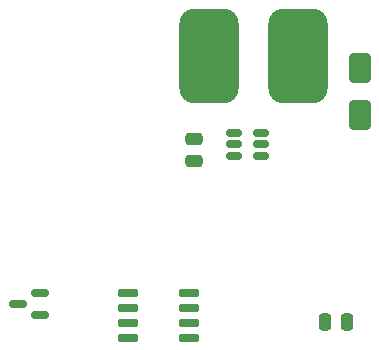
<source format=gbp>
%TF.GenerationSoftware,KiCad,Pcbnew,8.0.5*%
%TF.CreationDate,2024-10-31T21:46:15+08:00*%
%TF.ProjectId,B626_VIN3.7V_VOUT16.5V_IO0.9A,42363236-5f56-4494-9e33-2e37565f564f,rev?*%
%TF.SameCoordinates,Original*%
%TF.FileFunction,Paste,Bot*%
%TF.FilePolarity,Positive*%
%FSLAX46Y46*%
G04 Gerber Fmt 4.6, Leading zero omitted, Abs format (unit mm)*
G04 Created by KiCad (PCBNEW 8.0.5) date 2024-10-31 21:46:15*
%MOMM*%
%LPD*%
G01*
G04 APERTURE LIST*
G04 Aperture macros list*
%AMRoundRect*
0 Rectangle with rounded corners*
0 $1 Rounding radius*
0 $2 $3 $4 $5 $6 $7 $8 $9 X,Y pos of 4 corners*
0 Add a 4 corners polygon primitive as box body*
4,1,4,$2,$3,$4,$5,$6,$7,$8,$9,$2,$3,0*
0 Add four circle primitives for the rounded corners*
1,1,$1+$1,$2,$3*
1,1,$1+$1,$4,$5*
1,1,$1+$1,$6,$7*
1,1,$1+$1,$8,$9*
0 Add four rect primitives between the rounded corners*
20,1,$1+$1,$2,$3,$4,$5,0*
20,1,$1+$1,$4,$5,$6,$7,0*
20,1,$1+$1,$6,$7,$8,$9,0*
20,1,$1+$1,$8,$9,$2,$3,0*%
G04 Aperture macros list end*
%ADD10RoundRect,1.250000X-1.250000X-2.750000X1.250000X-2.750000X1.250000X2.750000X-1.250000X2.750000X0*%
%ADD11RoundRect,0.250000X0.250000X0.475000X-0.250000X0.475000X-0.250000X-0.475000X0.250000X-0.475000X0*%
%ADD12RoundRect,0.150000X0.587500X0.150000X-0.587500X0.150000X-0.587500X-0.150000X0.587500X-0.150000X0*%
%ADD13RoundRect,0.150000X0.725000X0.150000X-0.725000X0.150000X-0.725000X-0.150000X0.725000X-0.150000X0*%
%ADD14RoundRect,0.150000X0.512500X0.150000X-0.512500X0.150000X-0.512500X-0.150000X0.512500X-0.150000X0*%
%ADD15RoundRect,0.250000X0.650000X-1.000000X0.650000X1.000000X-0.650000X1.000000X-0.650000X-1.000000X0*%
%ADD16RoundRect,0.250000X-0.475000X0.250000X-0.475000X-0.250000X0.475000X-0.250000X0.475000X0.250000X0*%
G04 APERTURE END LIST*
D10*
%TO.C,L1*%
X122250000Y-106000000D03*
X129750000Y-106000000D03*
%TD*%
D11*
%TO.C,C13*%
X133950000Y-128500000D03*
X132050000Y-128500000D03*
%TD*%
D12*
%TO.C,U3*%
X107937500Y-126050000D03*
X107937500Y-127950000D03*
X106062500Y-127000000D03*
%TD*%
D13*
%TO.C,U4*%
X120575000Y-126095000D03*
X120575000Y-127365000D03*
X120575000Y-128635000D03*
X120575000Y-129905000D03*
X115425000Y-129905000D03*
X115425000Y-128635000D03*
X115425000Y-127365000D03*
X115425000Y-126095000D03*
%TD*%
D14*
%TO.C,U2*%
X126637500Y-112550000D03*
X126637500Y-113500000D03*
X126637500Y-114450000D03*
X124362500Y-114450000D03*
X124362500Y-113500000D03*
X124362500Y-112550000D03*
%TD*%
D15*
%TO.C,D1*%
X135000000Y-111000000D03*
X135000000Y-107000000D03*
%TD*%
D16*
%TO.C,C3*%
X121000000Y-113050000D03*
X121000000Y-114950000D03*
%TD*%
M02*

</source>
